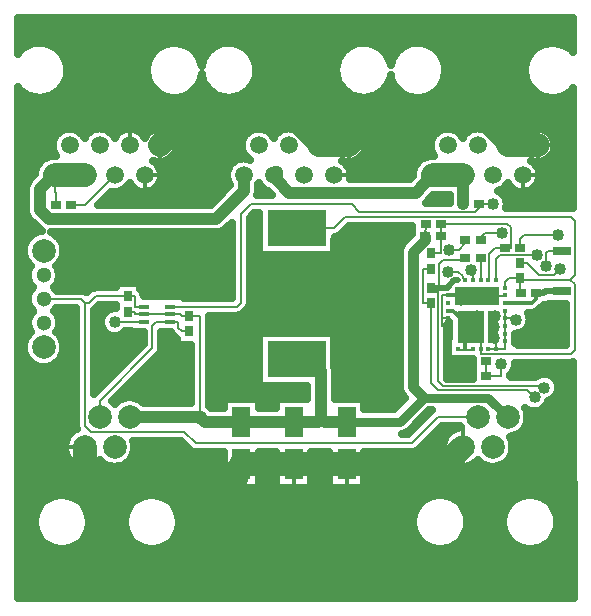
<source format=gbr>
G04 DipTrace 3.0.0.0*
G04 Top.gbr*
%MOIN*%
G04 #@! TF.FileFunction,Copper,L1,Top*
G04 #@! TF.Part,Single*
G04 #@! TA.AperFunction,Conductor*
%ADD14C,0.006*%
G04 #@! TA.AperFunction,ComponentPad*
%ADD15C,0.07874*%
G04 #@! TA.AperFunction,Conductor*
%ADD16C,0.03937*%
%ADD17C,0.011811*%
%ADD18C,0.007874*%
%ADD19C,0.031496*%
%ADD20C,0.035433*%
%ADD21C,0.019685*%
G04 #@! TA.AperFunction,CopperBalancing*
%ADD22C,0.025*%
%ADD23C,0.012992*%
%ADD25R,0.015748X0.011811*%
%ADD26R,0.011811X0.015748*%
%ADD27R,0.145669X0.062992*%
%ADD28R,0.086614X0.111417*%
%ADD29R,0.035433X0.111417*%
%ADD30R,0.035433X0.027559*%
%ADD31R,0.027559X0.035433*%
%ADD32R,0.062992X0.102362*%
%ADD34R,0.062992X0.031496*%
%ADD35R,0.19685X0.122047*%
%ADD37R,0.035433X0.015748*%
G04 #@! TA.AperFunction,ComponentPad*
%ADD38C,0.059055*%
%ADD39C,0.051181*%
G04 #@! TA.AperFunction,ViaPad*
%ADD40C,0.04*%
%FSLAX26Y26*%
G04*
G70*
G90*
G75*
G01*
G04 Top*
%LPD*%
X1965118Y1034252D2*
D14*
X1832984D1*
X1745340Y946608D1*
X1025636D1*
X987562Y984682D1*
X677164D1*
X656276Y1005571D1*
Y1414236D1*
X669609D1*
X691685Y1436312D1*
X799274D1*
X517999Y1427455D2*
X519218Y1426236D1*
X644276D1*
X656276Y1414236D1*
X799274Y1436312D2*
X822055D1*
Y1401584D1*
X853936D1*
X1003446Y1319129D2*
X979269D1*
X967268Y1331130D1*
Y1350403D1*
X940550D1*
X892654D1*
X880654Y1338403D1*
Y1264140D1*
X704646Y1088133D1*
Y1034252D1*
X1915118Y934252D2*
D15*
X1856724Y875858D1*
X1528052D1*
X2165105Y1939764D2*
X2065105D1*
X1867290Y1439601D2*
D14*
X1845803D1*
Y1362829D1*
Y1337239D1*
X1867290D1*
X1942913Y1172110D2*
X1893867D1*
Y1171734D1*
X1942913Y1221542D2*
Y1172110D1*
X1867290Y1286058D2*
Y1233543D1*
X1879291Y1221542D1*
X1942913D1*
X1867290Y1311648D2*
Y1286058D1*
Y1337239D2*
Y1311648D1*
X1845803Y1362829D2*
X1867290D1*
X1961778Y1436648D2*
D17*
Y1439601D1*
X1911623D1*
X1867290D1*
X2056266D2*
D14*
Y1436648D1*
X2014607D1*
X1961778D1*
X1176543Y875858D2*
D15*
X1151835Y807756D1*
X670339D1*
X654646Y867419D1*
Y934252D1*
X1352017Y875858D2*
X1176543D1*
X1528052D2*
X1352017D1*
X1435241Y1939764D2*
X1444104D1*
X1352765Y2031102D1*
X995969D1*
X904630Y1939764D1*
X1535241D2*
X1435241D1*
X2065105D2*
X2077925D1*
X1994211Y2023478D1*
X1618955D1*
X1535241Y1939764D1*
X1910316Y1424514D2*
D17*
X1911623Y1439601D1*
X1984647Y1426531D2*
X1961778D1*
Y1436648D1*
X2014607Y1446932D2*
D14*
Y1436648D1*
X1791104Y1677944D2*
X1790257Y1636012D1*
X799274Y1385131D2*
X822055D1*
Y1375993D1*
X853936D1*
X1003446Y1370310D2*
D18*
X1040115D1*
Y1032361D1*
D16*
X1054886Y1017591D1*
X1176543D1*
X1528052D2*
D19*
X1704508D1*
X1785482Y1098564D1*
X2000806D1*
X2065118Y1034252D1*
X1361888Y1225970D2*
D16*
X1403531D1*
X1443476Y1186025D1*
Y1029594D1*
X1455480Y1017591D1*
X1528052D1*
X1790257Y1636012D2*
D20*
Y1624660D1*
X1749531Y1583936D1*
Y1134513D1*
X1785482Y1098564D1*
X1352017Y1017591D2*
D16*
X1431472D1*
X1443476Y1029594D1*
X1176543Y1017591D2*
X1352017D1*
X1040115Y1032361D2*
X1042007Y1034252D1*
X804646D1*
X940550Y1375993D2*
D14*
X973584D1*
X979268Y1370310D1*
X1003446D1*
X853936Y1375993D2*
X940550D1*
X2016896Y1335664D2*
Y1335396D1*
Y1301913D1*
X2025755Y1293055D1*
Y1261451D1*
X1185241Y1839764D2*
D16*
X1187079Y1837927D1*
Y1788979D1*
X1093609Y1695509D1*
X535386D1*
X505526Y1725369D1*
Y1794172D1*
X551118Y1839764D1*
X654630D1*
X1916841Y1744087D2*
Y1776370D1*
X1915105Y1778106D1*
Y1839764D1*
X1870441Y1591567D2*
D14*
X1901217D1*
X1923228Y1613579D1*
Y1623801D1*
X2043974Y1210760D2*
Y1172110D1*
X1994094D1*
X2056266Y1388420D2*
Y1362829D1*
X1865894Y1518799D2*
X1900709D1*
X1916597Y1502911D1*
Y1497843D1*
X1924642Y1489798D1*
X1923392D1*
X2056266Y1362829D2*
X2091699D1*
Y1358797D1*
X2056266Y1337239D2*
Y1362829D1*
Y1311648D2*
Y1337239D1*
Y1286058D2*
Y1311648D1*
X2025755Y1261451D2*
X2056266D1*
Y1286058D1*
X554630Y1839764D2*
Y1784577D1*
X558228Y1780979D1*
Y1740920D1*
X654630Y1839764D2*
D15*
X554630D1*
X1815105D2*
D16*
X1812694Y1842175D1*
X1759748Y1780294D1*
X1337482D1*
X1294631Y1823144D1*
Y1849154D1*
X1285241Y1839764D1*
X1915105D2*
D15*
X1815105D1*
X1994094Y1172110D2*
D14*
Y1221542D1*
X2000164Y1261451D2*
X2025755D1*
X2018553Y1334869D2*
X2016896Y1335396D1*
X2019290Y1298872D2*
X2016896Y1301913D1*
X2015106Y1744087D2*
X1968022D1*
Y1730811D1*
X1954970Y1717759D1*
X1570541D1*
X1545201Y1743098D1*
X1208236D1*
X1175115Y1709978D1*
Y1413587D1*
X1163113Y1401584D1*
X940550D1*
X2240295Y1528194D2*
X2220566Y1508465D1*
X2168262D1*
X2129079Y1547648D1*
X2106299D1*
X2233016Y1640602D2*
X2118299D1*
X2106299Y1628602D1*
Y1597269D1*
X754630Y1839764D2*
X655786Y1740920D1*
X609409D1*
X853936Y1350403D2*
X754630Y1350406D1*
X2163588Y1574366D2*
X2037756D1*
X2025755Y1562365D1*
Y1489798D1*
X1811024Y1528379D2*
X1781543D1*
Y1413205D1*
X1811024D1*
Y1147789D1*
X1833487Y1125325D1*
X2128966D1*
X2154488Y1099803D1*
X1361888Y1662978D2*
X1486249D1*
X1523996Y1700724D1*
X2276114D1*
X2288114Y1688724D1*
Y1505829D1*
X2274113Y1491828D1*
X2106299D1*
Y1496467D1*
X2274113Y1491828D2*
X2288114Y1477827D1*
Y1256323D1*
X2276114Y1244323D1*
X1974573D1*
Y1261451D1*
X1923392D2*
Y1256929D1*
X1948983D1*
Y1261451D1*
X1897802D2*
Y1256696D1*
X1923392D1*
X1942093Y1335664D2*
D17*
X1934971D1*
X1918047Y1352588D1*
X1882215Y1388420D1*
X1867290D1*
X1923392Y1261451D2*
Y1311437D1*
Y1335664D1*
X1942093D1*
X2106299Y1496467D2*
D14*
Y1448608D1*
X2108268D1*
X1974573Y1261451D2*
Y1279895D1*
Y1295024D1*
X1942093Y1327504D1*
Y1335664D1*
X2106299Y1496467D2*
X2068268D1*
X2056266Y1484466D1*
Y1465192D1*
X1920046Y1356127D2*
D17*
X1918047Y1352588D1*
X1921588Y1311694D2*
X1923392Y1311437D1*
X1963710Y1310667D2*
D14*
X1974573Y1279895D1*
X2046835Y1646583D2*
X1987903D1*
X1974409Y1633089D1*
Y1623801D1*
X1941709Y1523673D2*
X1948983Y1516399D1*
Y1489798D1*
X2247618Y1452996D2*
D21*
X2190554D1*
X2186165Y1448608D1*
X2159449D1*
D17*
Y1428755D1*
X2144705Y1414010D1*
X2056266D1*
X1897802Y1489798D2*
D21*
X1887257D1*
X1865415Y1467955D1*
X1867290Y1465192D1*
X2193386Y1538654D2*
D14*
Y1581224D1*
X2199016Y1586854D1*
X2247618D1*
X2187016Y1132331D2*
X2193024Y1138339D1*
X1850504D1*
X1833803Y1155039D1*
Y1452386D1*
Y1464386D1*
D21*
X1811024D1*
D14*
X1814846Y1452386D1*
X1833803D1*
X1867290Y1465192D2*
D21*
X1835378D1*
D18*
Y1542962D1*
X1848741Y1556325D1*
X1923228D1*
Y1565378D1*
X1974573Y1489798D2*
D14*
X1974409Y1565378D1*
X1811024Y1579560D2*
X1841438D1*
Y1636012D1*
X2055118Y1597269D2*
X2022161D1*
X2002343Y1577450D1*
Y1489798D1*
X2000164D1*
X1842285Y1677944D2*
X2063835D1*
X2075835Y1665944D1*
Y1597269D1*
X2055118D1*
X1841438Y1636012D2*
X1842285Y1677944D1*
D40*
X1920046Y1356127D3*
X1964223Y1371025D3*
X1921588Y1311694D3*
X1963710Y1310667D3*
X1893867Y1171734D3*
X1865894Y1518799D3*
X2043974Y1210760D3*
X2091699Y1358797D3*
X1870441Y1591567D3*
X2015106Y1744087D3*
X754630Y1350406D3*
X1941709Y1523673D3*
X2046835Y1646583D3*
X2193386Y1538654D3*
X2187016Y1132331D3*
X2240295Y1528194D3*
X2233016Y1640602D3*
X2163588Y1574366D3*
X2154488Y1099803D3*
X2021202Y1369323D3*
X2018553Y1334869D3*
X2019290Y1298872D3*
X1910316Y1424514D3*
X1984647Y1426531D3*
X2014607Y1446932D3*
X1865808Y1202656D2*
D22*
X1947381D1*
X1865808Y1177787D2*
X1947381D1*
X1878392Y1227085D2*
X1865404D1*
Y1295818D1*
X1869848D1*
X1869613Y1351335D1*
X1863295Y1339886D1*
Y1162102D1*
X1949930Y1161669D1*
X1949886Y1226339D1*
X1880651Y1226495D1*
X1878793Y1226937D1*
X434710Y2338222D2*
X2281858D1*
X434710Y2313353D2*
X2281858D1*
X434710Y2288484D2*
X2281858D1*
X434710Y2263615D2*
X448295D1*
X560930D2*
X898312D1*
X1010930D2*
X1078928D1*
X1191546D2*
X1528928D1*
X1641546D2*
X1708811D1*
X1821428D2*
X2158811D1*
X2271428D2*
X2281858D1*
X584270Y2238747D2*
X875022D1*
X1034270D2*
X1055588D1*
X1214886D2*
X1505588D1*
X1664886D2*
X1685471D1*
X1844719D2*
X2135471D1*
X595256Y2213878D2*
X863987D1*
X1225871D2*
X1494602D1*
X1855755D2*
X2124484D1*
X598479Y2189009D2*
X860764D1*
X1229094D2*
X1491379D1*
X1858976D2*
X2121214D1*
X594816Y2164140D2*
X864427D1*
X1225432D2*
X1495042D1*
X1855315D2*
X2124924D1*
X583294Y2139272D2*
X875999D1*
X1033294D2*
X1056564D1*
X1213908D2*
X1506564D1*
X1663908D2*
X1686448D1*
X1843743D2*
X2136448D1*
X434710Y2114403D2*
X450441D1*
X558782D2*
X900462D1*
X1008782D2*
X1081076D1*
X1189396D2*
X1531076D1*
X1639396D2*
X1710959D1*
X1819280D2*
X2160959D1*
X2269280D2*
X2281858D1*
X434710Y2089534D2*
X2281858D1*
X434710Y2064665D2*
X2281858D1*
X434710Y2039797D2*
X2281858D1*
X434710Y2014928D2*
X2281858D1*
X434710Y1990059D2*
X577463D1*
X631780D2*
X677463D1*
X731780D2*
X777463D1*
X831780D2*
X877463D1*
X931780D2*
X1208079D1*
X1262395D2*
X1308079D1*
X1362395D2*
X1408079D1*
X1462395D2*
X1508079D1*
X1562395D2*
X1837912D1*
X1892278D2*
X1937912D1*
X1992278D2*
X2037912D1*
X2092278D2*
X2137912D1*
X2192278D2*
X2281858D1*
X434710Y1965190D2*
X552219D1*
X957024D2*
X1182835D1*
X1587639D2*
X1812668D1*
X2217522D2*
X2281858D1*
X434710Y1940322D2*
X546115D1*
X963127D2*
X1176731D1*
X1593743D2*
X1806564D1*
X2223626D2*
X2281858D1*
X434710Y1915453D2*
X551682D1*
X957610D2*
X1182248D1*
X1588224D2*
X1812131D1*
X2218059D2*
X2281858D1*
X434710Y1890584D2*
X510227D1*
X933976D2*
X1159152D1*
X1564543D2*
X1770724D1*
X2194427D2*
X2281858D1*
X434710Y1865715D2*
X491575D1*
X906780D2*
X1133079D1*
X1537395D2*
X1752072D1*
X2167228D2*
X2281858D1*
X434710Y1840846D2*
X484396D1*
X913127D2*
X1126731D1*
X1543743D2*
X1746751D1*
X2173626D2*
X2281858D1*
X434710Y1815978D2*
X462327D1*
X907854D2*
X1132004D1*
X2168303D2*
X2281858D1*
X434710Y1791109D2*
X456858D1*
X784904D2*
X824387D1*
X884904D2*
X1121408D1*
X1235735D2*
X1254954D1*
X2045354D2*
X2084836D1*
X2145354D2*
X2281858D1*
X434710Y1766240D2*
X456858D1*
X725335D2*
X1096555D1*
X1810979D2*
X1870139D1*
X2058488D2*
X2281858D1*
X434710Y1741371D2*
X456858D1*
X2064007D2*
X2281858D1*
X434710Y1716503D2*
X457688D1*
X434710Y1691634D2*
X471458D1*
X1207122D2*
X1234495D1*
X434710Y1666765D2*
X496311D1*
X1132659D2*
X1143138D1*
X1207122D2*
X1234495D1*
X1534222D2*
X1743528D1*
X434710Y1641896D2*
X476438D1*
X559563D2*
X1143138D1*
X1207122D2*
X1234495D1*
X1509367D2*
X1742454D1*
X434710Y1617028D2*
X455979D1*
X580022D2*
X1143138D1*
X1207122D2*
X1234495D1*
X1489299D2*
X1717600D1*
X434710Y1592159D2*
X449759D1*
X586272D2*
X1143138D1*
X1207122D2*
X1234495D1*
X1489299D2*
X1703587D1*
X434710Y1567290D2*
X453270D1*
X582707D2*
X1143138D1*
X1207122D2*
X1702806D1*
X434710Y1542421D2*
X468820D1*
X567180D2*
X1143138D1*
X1207122D2*
X1702806D1*
X434710Y1517552D2*
X464671D1*
X571331D2*
X1143138D1*
X1207122D2*
X1702806D1*
X434710Y1492684D2*
X465207D1*
X570794D2*
X1143138D1*
X1207122D2*
X1702806D1*
X434710Y1467815D2*
X480295D1*
X555706D2*
X756516D1*
X842034D2*
X1143138D1*
X1207122D2*
X1702806D1*
X434710Y1442946D2*
X465794D1*
X853312D2*
X1143138D1*
X1207122D2*
X1702806D1*
X434710Y1418077D2*
X464280D1*
X1207122D2*
X1702806D1*
X434710Y1393209D2*
X476243D1*
X559759D2*
X624290D1*
X692766D2*
X733958D1*
X1198919D2*
X1702806D1*
X2172210D2*
X2256126D1*
X434710Y1368340D2*
X467259D1*
X568743D2*
X624290D1*
X688274D2*
X709251D1*
X1073039D2*
X1702806D1*
X2139690D2*
X2256126D1*
X434710Y1343471D2*
X463694D1*
X572307D2*
X624290D1*
X688274D2*
X706175D1*
X1073039D2*
X1702806D1*
X2138079D2*
X2256126D1*
X434710Y1318602D2*
X473020D1*
X562980D2*
X624290D1*
X688274D2*
X718235D1*
X791056D2*
X807248D1*
X1073039D2*
X1702806D1*
X2117571D2*
X2256126D1*
X434710Y1293734D2*
X455735D1*
X580266D2*
X624290D1*
X688274D2*
X848655D1*
X912639D2*
X960667D1*
X1073039D2*
X1234495D1*
X1489299D2*
X1702806D1*
X2093156D2*
X2256126D1*
X434710Y1268865D2*
X449660D1*
X586320D2*
X624290D1*
X688274D2*
X841184D1*
X912639D2*
X1007199D1*
X1073039D2*
X1234495D1*
X1489299D2*
X1702806D1*
X434710Y1243996D2*
X453466D1*
X582560D2*
X624290D1*
X688274D2*
X816282D1*
X904680D2*
X1007199D1*
X1073039D2*
X1234495D1*
X1489299D2*
X1702806D1*
X434710Y1219127D2*
X469260D1*
X566740D2*
X624290D1*
X688274D2*
X791428D1*
X879827D2*
X1007199D1*
X1073039D2*
X1234495D1*
X1489299D2*
X1702806D1*
X1865812D2*
X1896214D1*
X434710Y1194259D2*
X624290D1*
X688274D2*
X766575D1*
X854974D2*
X1007199D1*
X1073039D2*
X1234495D1*
X1491399D2*
X1702806D1*
X1865812D2*
X1896214D1*
X2089934D2*
X2281858D1*
X434710Y1169390D2*
X624290D1*
X688274D2*
X741672D1*
X830119D2*
X1007199D1*
X1073039D2*
X1234495D1*
X1492131D2*
X1702806D1*
X1865812D2*
X1896214D1*
X2075823D2*
X2156419D1*
X2217571D2*
X2281858D1*
X434710Y1144521D2*
X624290D1*
X688274D2*
X716819D1*
X805266D2*
X1007199D1*
X1073039D2*
X1234495D1*
X1492131D2*
X1702806D1*
X2234367D2*
X2281858D1*
X434710Y1119652D2*
X624290D1*
X780364D2*
X1007199D1*
X1073039D2*
X1394798D1*
X1492131D2*
X1705392D1*
X2234270D2*
X2281858D1*
X434710Y1094783D2*
X624290D1*
X755510D2*
X776194D1*
X833098D2*
X1007199D1*
X1073039D2*
X1116038D1*
X1237054D2*
X1291526D1*
X1588518D2*
X1719455D1*
X2216936D2*
X2281858D1*
X434710Y1069915D2*
X624290D1*
X1073820D2*
X1116038D1*
X1237054D2*
X1291526D1*
X1588518D2*
X1694602D1*
X2192619D2*
X2281858D1*
X434710Y1045046D2*
X624290D1*
X2132610D2*
X2281858D1*
X434710Y1020177D2*
X624290D1*
X2131975D2*
X2281858D1*
X434710Y995308D2*
X626144D1*
X1838224D2*
X1887912D1*
X2120744D2*
X2281858D1*
X434710Y970440D2*
X597092D1*
X1813371D2*
X1857591D1*
X2083928D2*
X2281858D1*
X434710Y945571D2*
X587278D1*
X822014D2*
X982444D1*
X1788518D2*
X1847727D1*
X2082512D2*
X2281858D1*
X434710Y920702D2*
X587668D1*
X821575D2*
X1009055D1*
X1761955D2*
X1848167D1*
X2082072D2*
X2281858D1*
X434710Y895833D2*
X598655D1*
X810638D2*
X1116038D1*
X1237054D2*
X1291526D1*
X1412492D2*
X1467551D1*
X1588518D2*
X1859104D1*
X2071135D2*
X2281858D1*
X434710Y870965D2*
X633908D1*
X675383D2*
X733908D1*
X775383D2*
X1116038D1*
X1237054D2*
X1291526D1*
X1412492D2*
X1467551D1*
X1588518D2*
X1894407D1*
X1935832D2*
X1994407D1*
X2035832D2*
X2281858D1*
X434710Y846096D2*
X1116038D1*
X1237054D2*
X1291526D1*
X1412492D2*
X1467551D1*
X1588518D2*
X2281858D1*
X434710Y821227D2*
X1116038D1*
X1237054D2*
X1291526D1*
X1412492D2*
X1467551D1*
X1588518D2*
X2281858D1*
X434710Y796358D2*
X2281858D1*
X434710Y771490D2*
X553147D1*
X606144D2*
X853147D1*
X906144D2*
X1813644D1*
X1866643D2*
X2113644D1*
X2166643D2*
X2281858D1*
X434710Y746621D2*
X511643D1*
X647698D2*
X811643D1*
X947698D2*
X1772092D1*
X1908196D2*
X2072092D1*
X2208196D2*
X2281858D1*
X434710Y721752D2*
X494846D1*
X664495D2*
X794846D1*
X964495D2*
X1755295D1*
X1924992D2*
X2055295D1*
X2224992D2*
X2281858D1*
X434710Y696883D2*
X487571D1*
X671770D2*
X787571D1*
X971770D2*
X1748068D1*
X1932219D2*
X2048068D1*
X2232219D2*
X2281858D1*
X434710Y672014D2*
X487522D1*
X671819D2*
X787522D1*
X971819D2*
X1748020D1*
X1932268D2*
X2048020D1*
X2232268D2*
X2281858D1*
X434710Y647146D2*
X494651D1*
X664690D2*
X794651D1*
X964690D2*
X1755148D1*
X1925139D2*
X2055148D1*
X2225139D2*
X2281858D1*
X434710Y622277D2*
X511252D1*
X648039D2*
X811252D1*
X948039D2*
X1771751D1*
X1908538D2*
X2071751D1*
X2208538D2*
X2281858D1*
X434710Y597408D2*
X551828D1*
X607463D2*
X851828D1*
X907463D2*
X1812327D1*
X1867962D2*
X2112327D1*
X2167962D2*
X2281858D1*
X434710Y572539D2*
X2281858D1*
X434710Y547671D2*
X2281858D1*
X434710Y522802D2*
X2281858D1*
X434710Y497933D2*
X2281858D1*
X434710Y473064D2*
X2281858D1*
X434710Y448196D2*
X2281858D1*
X1865396Y1253660D2*
X1863287D1*
X1863295Y1167865D1*
X1898697Y1167831D1*
X1898705Y1227080D1*
X1865404Y1227085D1*
Y1253697D1*
X2090633Y1304837D2*
X2090584Y1279251D1*
X2099573Y1273815D1*
X2258606D1*
X2258622Y1410766D1*
X2203702Y1410756D1*
X2203657Y1408336D1*
X2184566D1*
X2167613Y1391102D1*
X2161633Y1386387D1*
X2154715Y1383198D1*
X2147247Y1381713D1*
X2132253Y1381613D1*
X2135916Y1373164D1*
X2137619Y1366070D1*
X2138192Y1358797D1*
X2137619Y1351524D1*
X2135916Y1344429D1*
X2133125Y1337689D1*
X2129312Y1331470D1*
X2124575Y1325921D1*
X2119026Y1321184D1*
X2112807Y1317371D1*
X2106067Y1314580D1*
X2098972Y1312877D1*
X2090631Y1312346D1*
X2090584Y1304841D1*
X1489644Y1095264D2*
X1586041D1*
Y1059864D1*
X1686988Y1059831D1*
X1724323Y1097143D1*
X1715916Y1105802D1*
X1711837Y1111413D1*
X1708688Y1117594D1*
X1706545Y1124192D1*
X1705459Y1131043D1*
X1705323Y1222013D1*
X1705459Y1587404D1*
X1706545Y1594256D1*
X1708688Y1600853D1*
X1711837Y1607034D1*
X1715915Y1612647D1*
X1746066Y1642990D1*
X1746049Y1671238D1*
X1536012Y1671031D1*
X1505403Y1640551D1*
X1499639Y1636699D1*
X1493134Y1634301D1*
X1488554Y1633576D1*
X1486806Y1625493D1*
Y1575462D1*
X1236971D1*
Y1713597D1*
X1220251Y1713406D1*
X1204608Y1697478D1*
X1204517Y1411273D1*
X1203164Y1404472D1*
X1200261Y1398177D1*
X1195970Y1392732D1*
X1182266Y1379157D1*
X1176503Y1375306D1*
X1169997Y1372907D1*
X1163113Y1372092D1*
X1070486D1*
X1070545Y1070554D1*
X1076276Y1065202D1*
X1077129Y1064231D1*
X1079886Y1063768D1*
X1118509D1*
X1118555Y1095264D1*
X1234531D1*
Y1063769D1*
X1294072Y1063768D1*
X1294029Y1095264D1*
X1397301D1*
X1397299Y1138432D1*
X1236971Y1138454D1*
Y1313486D1*
X1486806D1*
Y1202010D1*
X1489085Y1193248D1*
X1489654Y1186025D1*
Y1095253D1*
X1586041Y917115D2*
Y798185D1*
X1470064D1*
Y917121D1*
X1410038Y917115D1*
X1410005Y798185D1*
X1294029D1*
Y917121D1*
X1234550Y917115D1*
X1234531Y798185D1*
X1118555D1*
Y917121D1*
X1023322Y917207D1*
X1016522Y918559D1*
X1010226Y921462D1*
X1004782Y925755D1*
X975062Y955190D1*
X817102D1*
X819697Y944555D1*
X820508Y934252D1*
X819697Y923949D1*
X817285Y913899D1*
X813329Y904352D1*
X807929Y895539D1*
X801218Y887680D1*
X793358Y880969D1*
X784546Y875568D1*
X774999Y871613D1*
X764949Y869201D1*
X754646Y868390D1*
X744343Y869201D1*
X734293Y871613D1*
X724745Y875568D1*
X715933Y880969D1*
X708073Y887680D1*
X704660Y891374D1*
X698848Y885425D1*
X690954Y879302D1*
X682224Y874442D1*
X672861Y870959D1*
X663079Y868932D1*
X653102Y868408D1*
X643161Y869399D1*
X633484Y871882D1*
X624294Y875801D1*
X615802Y881063D1*
X608205Y887550D1*
X601675Y895112D1*
X596365Y903573D1*
X592395Y912741D1*
X589858Y922404D1*
X588811Y932340D1*
X589280Y942319D1*
X591252Y952113D1*
X594682Y961496D1*
X599493Y970252D1*
X605572Y978180D1*
X612781Y985097D1*
X620953Y990844D1*
X628814Y994824D1*
X627147Y1000958D1*
X626783Y1005580D1*
Y1396734D1*
X560047Y1396744D1*
X554827Y1390627D1*
X552093Y1388101D1*
X557602Y1382541D1*
X562407Y1375928D1*
X566117Y1368646D1*
X568643Y1360874D1*
X569921Y1352802D1*
Y1344629D1*
X568643Y1336556D1*
X566117Y1328783D1*
X562407Y1321501D1*
X559453Y1317236D1*
X564571Y1312609D1*
X571282Y1304751D1*
X576682Y1295938D1*
X580638Y1286391D1*
X583050Y1276341D1*
X583861Y1266038D1*
X583050Y1255735D1*
X580638Y1245685D1*
X576682Y1236136D1*
X571282Y1227325D1*
X564571Y1219466D1*
X556711Y1212755D1*
X547900Y1207354D1*
X538352Y1203399D1*
X528302Y1200987D1*
X517999Y1200176D1*
X507696Y1200987D1*
X497647Y1203399D1*
X488098Y1207354D1*
X479286Y1212755D1*
X471428Y1219466D1*
X464715Y1227325D1*
X459315Y1236136D1*
X455361Y1245685D1*
X452948Y1255735D1*
X452136Y1266038D1*
X452948Y1276341D1*
X455361Y1286391D1*
X459315Y1295938D1*
X464715Y1304751D1*
X471428Y1312609D1*
X476542Y1317157D1*
X471593Y1325070D1*
X468466Y1332621D1*
X466558Y1340567D1*
X465916Y1348715D1*
X466558Y1356862D1*
X468466Y1364810D1*
X471593Y1372360D1*
X475864Y1379328D1*
X481171Y1385543D1*
X483904Y1388070D1*
X478395Y1393630D1*
X473592Y1400241D1*
X469881Y1407524D1*
X467356Y1415297D1*
X466077Y1423369D1*
Y1431542D1*
X467356Y1439614D1*
X469881Y1447386D1*
X473592Y1454668D1*
X478395Y1461281D1*
X483904Y1466810D1*
X478395Y1472370D1*
X473592Y1478982D1*
X469881Y1486264D1*
X467356Y1494037D1*
X466077Y1502109D1*
Y1510282D1*
X467356Y1518354D1*
X469881Y1526126D1*
X473592Y1533408D1*
X476546Y1537675D1*
X471428Y1542301D1*
X464715Y1550160D1*
X459315Y1558971D1*
X455361Y1568520D1*
X452948Y1578570D1*
X452136Y1588873D1*
X452948Y1599176D1*
X455361Y1609226D1*
X459315Y1618773D1*
X464715Y1627585D1*
X471428Y1635444D1*
X479286Y1642156D1*
X488098Y1647556D1*
X497647Y1651512D1*
X507696Y1653924D1*
X514022Y1654579D1*
X508243Y1658152D1*
X502734Y1662857D1*
X470413Y1695378D1*
X466155Y1701240D1*
X462865Y1707697D1*
X460626Y1714588D1*
X459492Y1721745D1*
X459349Y1794172D1*
X459919Y1801396D1*
X461610Y1808442D1*
X464383Y1815136D1*
X468168Y1821315D1*
X472874Y1826824D1*
X488861Y1842811D1*
X489579Y1850067D1*
X491991Y1860117D1*
X495946Y1869664D1*
X501346Y1878476D1*
X508058Y1886336D1*
X515917Y1893047D1*
X524730Y1898448D1*
X534277Y1902403D1*
X544327Y1904815D1*
X554630Y1905626D1*
X560245D1*
X556865Y1910493D1*
X552874Y1918325D1*
X550157Y1926686D1*
X548783Y1935369D1*
Y1944159D1*
X550157Y1952841D1*
X552874Y1961202D1*
X556865Y1969034D1*
X562033Y1976146D1*
X568248Y1982361D1*
X575360Y1987529D1*
X583192Y1991520D1*
X591552Y1994236D1*
X600235Y1995610D1*
X609025D1*
X617707Y1994236D1*
X626068Y1991520D1*
X633900Y1987529D1*
X641012Y1982361D1*
X647227Y1976146D1*
X652395Y1969034D1*
X654717Y1965196D1*
X659308Y1972692D1*
X665018Y1979375D1*
X671702Y1985085D1*
X679198Y1989677D1*
X687319Y1993042D1*
X695866Y1995093D1*
X704630Y1995783D1*
X713394Y1995093D1*
X721941Y1993042D1*
X730062Y1989677D1*
X737558Y1985085D1*
X744241Y1979375D1*
X749951Y1972692D1*
X754623Y1965025D1*
X758621Y1971722D1*
X763298Y1977577D1*
X768715Y1982756D1*
X774776Y1987165D1*
X781370Y1990726D1*
X788381Y1993375D1*
X795682Y1995064D1*
X803143Y1995764D1*
X810631Y1995461D1*
X818013Y1994161D1*
X825154Y1991888D1*
X831928Y1988682D1*
X838214Y1984601D1*
X843898Y1979717D1*
X848879Y1974118D1*
X853070Y1967904D1*
X854766Y1965294D1*
X858621Y1971722D1*
X863298Y1977577D1*
X868715Y1982756D1*
X874776Y1987165D1*
X881370Y1990726D1*
X888381Y1993375D1*
X895682Y1995064D1*
X903143Y1995764D1*
X910631Y1995461D1*
X918013Y1994161D1*
X925154Y1991888D1*
X931928Y1988682D1*
X938214Y1984601D1*
X943898Y1979717D1*
X948879Y1974118D1*
X953070Y1967904D1*
X956392Y1961186D1*
X958789Y1954085D1*
X960215Y1946728D1*
X960593Y1937265D1*
X959760Y1929816D1*
X957938Y1922547D1*
X955163Y1915585D1*
X951483Y1909056D1*
X946966Y1903077D1*
X941689Y1897755D1*
X935751Y1893184D1*
X929255Y1889446D1*
X922318Y1886610D1*
X915064Y1884724D1*
X907623Y1883824D1*
X900130Y1883925D1*
X892717Y1885025D1*
X885517Y1887105D1*
X882839Y1888164D1*
X890180Y1883058D1*
X895642Y1877925D1*
X900367Y1872109D1*
X904277Y1865715D1*
X907297Y1858856D1*
X909373Y1851655D1*
X910470Y1844241D1*
X910427Y1834770D1*
X909261Y1827367D1*
X907117Y1820186D1*
X904034Y1813356D1*
X900067Y1806997D1*
X895286Y1801224D1*
X889778Y1796143D1*
X883642Y1791841D1*
X876986Y1788398D1*
X869929Y1785874D1*
X862598Y1784314D1*
X855126Y1783747D1*
X847643Y1784181D1*
X840287Y1785612D1*
X833186Y1788010D1*
X826471Y1791336D1*
X820259Y1795528D1*
X814661Y1800512D1*
X809780Y1806198D1*
X805701Y1812486D1*
X804543Y1814332D1*
X799951Y1806836D1*
X794241Y1800152D1*
X787558Y1794442D1*
X780062Y1789850D1*
X771941Y1786486D1*
X763394Y1784434D1*
X754630Y1783744D1*
X745866Y1784434D1*
X741806Y1785241D1*
X698248Y1741673D1*
X1074496Y1741688D1*
X1139781Y1806987D1*
X1135328Y1814332D1*
X1131963Y1822453D1*
X1129912Y1831000D1*
X1129222Y1839764D1*
X1129912Y1848528D1*
X1131963Y1857075D1*
X1135328Y1865196D1*
X1139920Y1872692D1*
X1145630Y1879375D1*
X1152314Y1885085D1*
X1159810Y1889677D1*
X1167930Y1893042D1*
X1176478Y1895093D1*
X1185241Y1895783D1*
X1194005Y1895093D1*
X1202552Y1893042D1*
X1207101Y1891325D1*
X1198860Y1897167D1*
X1192644Y1903382D1*
X1187476Y1910493D1*
X1183486Y1918325D1*
X1180769Y1926686D1*
X1179395Y1935369D1*
Y1944159D1*
X1180769Y1952841D1*
X1183486Y1961202D1*
X1187476Y1969034D1*
X1192644Y1976146D1*
X1198860Y1982361D1*
X1205971Y1987529D1*
X1213803Y1991520D1*
X1222164Y1994236D1*
X1230846Y1995610D1*
X1239636D1*
X1248319Y1994236D1*
X1256680Y1991520D1*
X1264512Y1987529D1*
X1271623Y1982361D1*
X1277839Y1976146D1*
X1283007Y1969034D1*
X1285328Y1965196D1*
X1289920Y1972692D1*
X1295630Y1979375D1*
X1302314Y1985085D1*
X1309810Y1989677D1*
X1317930Y1993042D1*
X1326478Y1995093D1*
X1335241Y1995783D1*
X1344005Y1995093D1*
X1352552Y1993042D1*
X1360673Y1989677D1*
X1368169Y1985085D1*
X1374853Y1979375D1*
X1380563Y1972692D1*
X1385235Y1965025D1*
X1389232Y1971722D1*
X1393909Y1977577D1*
X1399327Y1982756D1*
X1405387Y1987165D1*
X1411982Y1990726D1*
X1418992Y1993375D1*
X1426294Y1995064D1*
X1433755Y1995764D1*
X1441243Y1995461D1*
X1448625Y1994161D1*
X1455765Y1991888D1*
X1462539Y1988682D1*
X1468825Y1984601D1*
X1474509Y1979717D1*
X1479491Y1974118D1*
X1483681Y1967904D1*
X1485378Y1965294D1*
X1489232Y1971722D1*
X1493909Y1977577D1*
X1499327Y1982756D1*
X1505387Y1987165D1*
X1511982Y1990726D1*
X1518992Y1993375D1*
X1526294Y1995064D1*
X1533755Y1995764D1*
X1541243Y1995461D1*
X1548625Y1994161D1*
X1555765Y1991888D1*
X1562539Y1988682D1*
X1568825Y1984601D1*
X1574509Y1979717D1*
X1579491Y1974118D1*
X1583681Y1967904D1*
X1587004Y1961186D1*
X1589400Y1954085D1*
X1590827Y1946728D1*
X1591205Y1937265D1*
X1590371Y1929816D1*
X1588550Y1922547D1*
X1585774Y1915585D1*
X1582094Y1909056D1*
X1577577Y1903077D1*
X1572301Y1897755D1*
X1566362Y1893184D1*
X1559866Y1889446D1*
X1552929Y1886610D1*
X1545676Y1884724D1*
X1538235Y1883824D1*
X1530741Y1883925D1*
X1523328Y1885025D1*
X1516129Y1887105D1*
X1513450Y1888164D1*
X1520791Y1883058D1*
X1526253Y1877925D1*
X1530979Y1872109D1*
X1534888Y1865715D1*
X1537908Y1858856D1*
X1539984Y1851655D1*
X1541081Y1844241D1*
X1541038Y1834770D1*
X1539647Y1826467D1*
X1738507Y1826471D1*
X1749264Y1839068D1*
X1750054Y1850067D1*
X1752466Y1860117D1*
X1756421Y1869664D1*
X1761822Y1878476D1*
X1768533Y1886336D1*
X1776392Y1893047D1*
X1785205Y1898448D1*
X1794752Y1902403D1*
X1804802Y1904815D1*
X1815105Y1905626D1*
X1820720D1*
X1817340Y1910493D1*
X1813349Y1918325D1*
X1810633Y1926686D1*
X1809259Y1935369D1*
Y1944159D1*
X1810633Y1952841D1*
X1813349Y1961202D1*
X1817340Y1969034D1*
X1822508Y1976146D1*
X1828723Y1982361D1*
X1835835Y1987529D1*
X1843667Y1991520D1*
X1852028Y1994236D1*
X1860710Y1995610D1*
X1869500D1*
X1878182Y1994236D1*
X1886543Y1991520D1*
X1894375Y1987529D1*
X1901487Y1982361D1*
X1907702Y1976146D1*
X1912870Y1969034D1*
X1915192Y1965196D1*
X1919783Y1972692D1*
X1925493Y1979375D1*
X1932177Y1985085D1*
X1939673Y1989677D1*
X1947794Y1993042D1*
X1956341Y1995093D1*
X1965105Y1995783D1*
X1973869Y1995093D1*
X1982416Y1993042D1*
X1990537Y1989677D1*
X1998033Y1985085D1*
X2004717Y1979375D1*
X2010427Y1972692D1*
X2015098Y1965025D1*
X2019096Y1971722D1*
X2023773Y1977577D1*
X2029190Y1982756D1*
X2035251Y1987165D1*
X2041845Y1990726D1*
X2048856Y1993375D1*
X2056157Y1995064D1*
X2063618Y1995764D1*
X2071106Y1995461D1*
X2078488Y1994161D1*
X2085629Y1991888D1*
X2092403Y1988682D1*
X2098689Y1984601D1*
X2104373Y1979717D1*
X2109354Y1974118D1*
X2113545Y1967904D1*
X2115241Y1965294D1*
X2119096Y1971722D1*
X2123773Y1977577D1*
X2129190Y1982756D1*
X2135251Y1987165D1*
X2141845Y1990726D1*
X2148856Y1993375D1*
X2156157Y1995064D1*
X2163618Y1995764D1*
X2171106Y1995461D1*
X2178488Y1994161D1*
X2185629Y1991888D1*
X2192403Y1988682D1*
X2198689Y1984601D1*
X2204373Y1979717D1*
X2209354Y1974118D1*
X2213545Y1967904D1*
X2216867Y1961186D1*
X2219264Y1954085D1*
X2220690Y1946728D1*
X2221068Y1937265D1*
X2220235Y1929816D1*
X2218413Y1922547D1*
X2215638Y1915585D1*
X2211958Y1909056D1*
X2207441Y1903077D1*
X2202164Y1897755D1*
X2196226Y1893184D1*
X2189730Y1889446D1*
X2182793Y1886610D1*
X2175539Y1884724D1*
X2168098Y1883824D1*
X2160605Y1883925D1*
X2153192Y1885025D1*
X2145992Y1887105D1*
X2143314Y1888164D1*
X2150655Y1883058D1*
X2156117Y1877925D1*
X2160843Y1872109D1*
X2164752Y1865715D1*
X2167772Y1858856D1*
X2169848Y1851655D1*
X2170945Y1844241D1*
X2170902Y1834770D1*
X2169736Y1827367D1*
X2167592Y1820186D1*
X2164509Y1813356D1*
X2160542Y1806997D1*
X2155761Y1801224D1*
X2150253Y1796143D1*
X2144117Y1791841D1*
X2137461Y1788398D1*
X2130404Y1785874D1*
X2123073Y1784314D1*
X2115601Y1783747D1*
X2108118Y1784181D1*
X2100762Y1785612D1*
X2093661Y1788010D1*
X2086946Y1791336D1*
X2080734Y1795528D1*
X2075136Y1800512D1*
X2070255Y1806198D1*
X2066176Y1812486D1*
X2065018Y1814332D1*
X2060427Y1806836D1*
X2054717Y1800152D1*
X2048033Y1794442D1*
X2040537Y1789850D1*
X2033367Y1786837D1*
X2039399Y1783727D1*
X2045301Y1779440D1*
X2050459Y1774281D1*
X2054747Y1768379D1*
X2058059Y1761878D1*
X2060314Y1754940D1*
X2061455Y1747735D1*
Y1740438D1*
X2060314Y1733234D1*
X2059466Y1730227D1*
X2278428Y1730126D1*
X2283008Y1729399D1*
X2284350Y1732185D1*
Y2130182D1*
X2274446Y2120285D1*
X2262846Y2111857D1*
X2250071Y2105348D1*
X2236436Y2100917D1*
X2222274Y2098675D1*
X2207936D1*
X2193774Y2100917D1*
X2180139Y2105348D1*
X2167364Y2111857D1*
X2155764Y2120285D1*
X2145626Y2130423D1*
X2137198Y2142022D1*
X2130689Y2154798D1*
X2126259Y2168433D1*
X2124016Y2182594D1*
Y2196933D1*
X2126259Y2211094D1*
X2130689Y2224730D1*
X2137198Y2237505D1*
X2145626Y2249105D1*
X2155764Y2259243D1*
X2167364Y2267671D1*
X2180139Y2274180D1*
X2193774Y2278610D1*
X2207936Y2280853D1*
X2222274D1*
X2236436Y2278610D1*
X2250071Y2274180D1*
X2262846Y2267671D1*
X2274446Y2259243D1*
X2284337Y2249373D1*
X2284350Y2363093D1*
X432154Y2363091D1*
X432185Y2245463D1*
X440021Y2254373D1*
X450923Y2263685D1*
X463148Y2271176D1*
X476395Y2276663D1*
X490336Y2280010D1*
X504630Y2281135D1*
X518924Y2280010D1*
X532865Y2276663D1*
X546112Y2271176D1*
X558337Y2263685D1*
X569239Y2254373D1*
X578551Y2243471D1*
X586042Y2231245D1*
X591529Y2217999D1*
X594877Y2204058D1*
X596001Y2189764D1*
X594877Y2175470D1*
X591529Y2161529D1*
X586042Y2148282D1*
X578551Y2136056D1*
X569239Y2125155D1*
X558337Y2115843D1*
X546112Y2108352D1*
X532865Y2102865D1*
X518924Y2099517D1*
X504630Y2098392D1*
X490336Y2099517D1*
X476395Y2102865D1*
X463148Y2108352D1*
X450923Y2115843D1*
X440021Y2125155D1*
X432184Y2134186D1*
X432185Y432182D1*
X2284382Y432185D1*
X2284350Y1216022D1*
X2278428Y1214921D1*
X2090323Y1214831D1*
Y1207112D1*
X2089181Y1199907D1*
X2086927Y1192969D1*
X2083614Y1186467D1*
X2079327Y1180566D1*
X2073462Y1174850D1*
X2073374Y1169787D1*
X2075504Y1167831D1*
X2156999D1*
X2162723Y1171971D1*
X2169224Y1175283D1*
X2176163Y1177538D1*
X2183367Y1178680D1*
X2190664D1*
X2197869Y1177538D1*
X2204807Y1175283D1*
X2211308Y1171971D1*
X2217210Y1167684D1*
X2222369Y1162525D1*
X2226656Y1156623D1*
X2229969Y1150122D1*
X2232223Y1143184D1*
X2233365Y1135979D1*
Y1128682D1*
X2232223Y1121478D1*
X2229969Y1114539D1*
X2226656Y1108038D1*
X2222369Y1102136D1*
X2217210Y1096978D1*
X2211308Y1092690D1*
X2204807Y1089378D1*
X2199337Y1087537D1*
X2195913Y1078696D1*
X2192101Y1072476D1*
X2187364Y1066928D1*
X2181815Y1062190D1*
X2175596Y1058378D1*
X2168856Y1055587D1*
X2161761Y1053883D1*
X2154488Y1053311D1*
X2147215Y1053883D1*
X2140121Y1055587D1*
X2133381Y1058378D1*
X2127161Y1062190D1*
X2123028Y1065622D1*
X2125967Y1059457D1*
X2129160Y1049627D1*
X2130777Y1039420D1*
Y1029084D1*
X2129160Y1018877D1*
X2125967Y1009047D1*
X2121274Y999839D1*
X2115199Y991478D1*
X2107892Y984171D1*
X2099531Y978096D1*
X2090323Y973403D1*
X2080493Y970210D1*
X2071274Y968665D1*
X2075967Y959457D1*
X2079160Y949627D1*
X2080777Y939420D1*
Y929084D1*
X2079160Y918877D1*
X2075967Y909047D1*
X2071274Y899839D1*
X2065199Y891478D1*
X2057892Y884171D1*
X2049531Y878096D1*
X2040323Y873403D1*
X2030493Y870210D1*
X2020286Y868593D1*
X2009950D1*
X1999743Y870210D1*
X1989913Y873403D1*
X1980705Y878096D1*
X1972344Y884171D1*
X1965133Y891374D1*
X1959320Y885425D1*
X1951427Y879302D1*
X1942697Y874442D1*
X1933333Y870959D1*
X1923551Y868932D1*
X1913575Y868408D1*
X1903634Y869399D1*
X1893957Y871882D1*
X1884766Y875801D1*
X1876274Y881063D1*
X1868677Y887550D1*
X1862147Y895112D1*
X1856837Y903573D1*
X1852867Y912741D1*
X1850331Y922404D1*
X1849283Y932340D1*
X1849752Y942319D1*
X1851724Y952113D1*
X1855155Y961496D1*
X1859966Y970252D1*
X1866045Y978180D1*
X1873253Y985097D1*
X1881425Y990844D1*
X1890373Y995289D1*
X1899888Y998329D1*
X1908962Y999839D1*
X1906240Y1004773D1*
X1845000Y1004559D1*
X1764495Y924182D1*
X1758730Y920331D1*
X1752226Y917930D1*
X1745340Y917115D1*
X1586014D1*
X941937Y1316037D2*
X910101D1*
X910055Y1261827D1*
X908702Y1255026D1*
X905799Y1248731D1*
X901508Y1243286D1*
X744722Y1086500D1*
X751218Y1080824D1*
X754631Y1077130D1*
X761871Y1084333D1*
X770232Y1090408D1*
X779441Y1095101D1*
X789270Y1098294D1*
X799478Y1099911D1*
X809814D1*
X820021Y1098294D1*
X829850Y1095101D1*
X839059Y1090408D1*
X847420Y1084333D1*
X851588Y1080423D1*
X1009675Y1080429D1*
X1009686Y1274890D1*
X963175Y1274920D1*
Y1294402D1*
X958415Y1298274D1*
X944841Y1311976D1*
X942117Y1315728D1*
X908841Y1435950D2*
X984759D1*
Y1431115D1*
X1145579Y1431076D1*
X1145623Y1682190D1*
X1123598Y1660396D1*
X1117736Y1656138D1*
X1111280Y1652848D1*
X1104388Y1650609D1*
X1097231Y1649475D1*
X1018609Y1649332D1*
X544146D1*
X552412Y1645029D1*
X560773Y1638954D1*
X568081Y1631647D1*
X574156Y1623286D1*
X578848Y1614077D1*
X582042Y1604248D1*
X583659Y1594041D1*
Y1583705D1*
X582042Y1573497D1*
X578848Y1563668D1*
X574156Y1554459D1*
X568081Y1546098D1*
X560773Y1538790D1*
X559457Y1537752D1*
X564406Y1529840D1*
X567533Y1522290D1*
X569441Y1514343D1*
X570081Y1506196D1*
X569441Y1498047D1*
X567533Y1490101D1*
X564406Y1482550D1*
X560135Y1475581D1*
X554827Y1469367D1*
X552093Y1466841D1*
X557602Y1461281D1*
X561706Y1455718D1*
X646589Y1455638D1*
X653390Y1454285D1*
X659685Y1451382D1*
X661618Y1450091D1*
X666433Y1452768D1*
X674350Y1460172D1*
X680399Y1463559D1*
X687071Y1465441D1*
X691685Y1465804D1*
X759018D1*
X759003Y1480521D1*
X839546D1*
Y1460062D1*
X844482Y1455466D1*
X848333Y1449702D1*
X850732Y1443197D1*
X851547Y1436312D1*
Y1435971D1*
X908841Y1435950D1*
X851123Y1316037D2*
X809727D1*
Y1320870D1*
X790605Y1320912D1*
X784824Y1315052D1*
X778923Y1310765D1*
X772421Y1307453D1*
X765483Y1305198D1*
X758278Y1304056D1*
X750982D1*
X743777Y1305198D1*
X736839Y1307453D1*
X730337Y1310765D1*
X724436Y1315052D1*
X719277Y1320211D1*
X714990Y1326113D1*
X711677Y1332614D1*
X709423Y1339552D1*
X708281Y1346757D1*
Y1354054D1*
X709423Y1361259D1*
X711677Y1368197D1*
X714990Y1374698D1*
X719277Y1380600D1*
X724436Y1385759D1*
X730337Y1390046D1*
X736839Y1393358D1*
X743777Y1395613D1*
X750982Y1396755D1*
X759000Y1396669D1*
X759003Y1406801D1*
X703701Y1406619D1*
X688762Y1391810D1*
X685768Y1389236D1*
Y1110965D1*
X851161Y1276640D1*
Y1316045D1*
X1872633Y1747223D2*
Y1773883D1*
X1815045Y1773904D1*
X1792390Y1747633D1*
X1808041Y1747251D1*
X1872640D1*
X1856194Y2182594D2*
X1853951Y2168433D1*
X1849521Y2154798D1*
X1843012Y2142022D1*
X1834584Y2130423D1*
X1824446Y2120285D1*
X1812846Y2111857D1*
X1800071Y2105348D1*
X1786436Y2100917D1*
X1772274Y2098675D1*
X1757936D1*
X1743774Y2100917D1*
X1730139Y2105348D1*
X1717364Y2111857D1*
X1705764Y2120285D1*
X1695626Y2130423D1*
X1687198Y2142022D1*
X1680689Y2154798D1*
X1676259Y2168433D1*
X1675203Y2173739D1*
X1672140Y2161529D1*
X1666654Y2148282D1*
X1659163Y2136056D1*
X1649850Y2125155D1*
X1638949Y2115843D1*
X1626723Y2108352D1*
X1613476Y2102865D1*
X1599535Y2099517D1*
X1585241Y2098392D1*
X1570948Y2099517D1*
X1557007Y2102865D1*
X1543760Y2108352D1*
X1531534Y2115843D1*
X1520633Y2125155D1*
X1511320Y2136056D1*
X1503829Y2148282D1*
X1498343Y2161529D1*
X1494995Y2175470D1*
X1493870Y2189764D1*
X1494995Y2204058D1*
X1498343Y2217999D1*
X1503829Y2231245D1*
X1511320Y2243471D1*
X1520633Y2254373D1*
X1531534Y2263685D1*
X1543760Y2271176D1*
X1557007Y2276663D1*
X1570948Y2280010D1*
X1585241Y2281135D1*
X1599535Y2280010D1*
X1613476Y2276663D1*
X1626723Y2271176D1*
X1638949Y2263685D1*
X1649850Y2254373D1*
X1659163Y2243471D1*
X1666654Y2231245D1*
X1672140Y2217999D1*
X1675143Y2205789D1*
X1678206Y2217999D1*
X1683693Y2231245D1*
X1691184Y2243471D1*
X1700496Y2254373D1*
X1711398Y2263685D1*
X1723623Y2271176D1*
X1736870Y2276663D1*
X1750811Y2280010D1*
X1765105Y2281135D1*
X1779399Y2280010D1*
X1793340Y2276663D1*
X1806587Y2271176D1*
X1818812Y2263685D1*
X1829714Y2254373D1*
X1839026Y2243471D1*
X1846517Y2231245D1*
X1852004Y2217999D1*
X1855352Y2204058D1*
X1856476Y2189764D1*
X1856194Y2182594D1*
X1044925Y2175887D2*
X1043476Y2168433D1*
X1039046Y2154798D1*
X1032537Y2142022D1*
X1024109Y2130423D1*
X1013971Y2120285D1*
X1002371Y2111857D1*
X989596Y2105348D1*
X975961Y2100917D1*
X961799Y2098675D1*
X947461D1*
X933299Y2100917D1*
X919664Y2105348D1*
X906888Y2111857D1*
X895289Y2120285D1*
X885151Y2130423D1*
X876723Y2142022D1*
X870214Y2154798D1*
X865783Y2168433D1*
X863541Y2182594D1*
Y2196933D1*
X865783Y2211094D1*
X870214Y2224730D1*
X876723Y2237505D1*
X885151Y2249105D1*
X895289Y2259243D1*
X906888Y2267671D1*
X919664Y2274180D1*
X933299Y2278610D1*
X947461Y2280853D1*
X961799D1*
X975961Y2278610D1*
X989596Y2274180D1*
X1002371Y2267671D1*
X1013971Y2259243D1*
X1024109Y2249105D1*
X1032537Y2237505D1*
X1039046Y2224730D1*
X1043476Y2211094D1*
X1044995Y2204058D1*
X1048343Y2217999D1*
X1053829Y2231245D1*
X1061320Y2243471D1*
X1070633Y2254373D1*
X1081534Y2263685D1*
X1093760Y2271176D1*
X1107007Y2276663D1*
X1120948Y2280010D1*
X1135241Y2281135D1*
X1149535Y2280010D1*
X1163476Y2276663D1*
X1176723Y2271176D1*
X1188949Y2263685D1*
X1199850Y2254373D1*
X1209163Y2243471D1*
X1216654Y2231245D1*
X1222140Y2217999D1*
X1225488Y2204058D1*
X1226613Y2189764D1*
X1225488Y2175470D1*
X1222140Y2161529D1*
X1216654Y2148282D1*
X1209163Y2136056D1*
X1199850Y2125155D1*
X1188949Y2115843D1*
X1176723Y2108352D1*
X1163476Y2102865D1*
X1149535Y2099517D1*
X1135241Y2098392D1*
X1120948Y2099517D1*
X1107007Y2102865D1*
X1093760Y2108352D1*
X1081534Y2115843D1*
X1070633Y2125155D1*
X1061320Y2136056D1*
X1053829Y2148282D1*
X1048343Y2161529D1*
X1044995Y2175470D1*
X1044946Y2175887D1*
X1264852Y1787622D2*
X1255971Y1791999D1*
X1248860Y1797167D1*
X1242644Y1803382D1*
X1237476Y1810493D1*
X1235155Y1814332D1*
X1233249Y1810928D1*
X1233113Y1785357D1*
X1231980Y1778199D1*
X1230991Y1774697D1*
X1233236Y1772591D1*
X1279866D1*
X1264878Y1787593D1*
X969854Y677164D2*
X967634Y663143D1*
X963247Y649642D1*
X956802Y636993D1*
X948458Y625508D1*
X938420Y615470D1*
X926934Y607126D1*
X914286Y600681D1*
X900785Y596294D1*
X886764Y594073D1*
X872567D1*
X858546Y596294D1*
X845045Y600681D1*
X832396Y607126D1*
X820911Y615470D1*
X810873Y625508D1*
X802529Y636993D1*
X796084Y649642D1*
X791697Y663143D1*
X789476Y677164D1*
Y691361D1*
X791697Y705382D1*
X796084Y718883D1*
X802529Y731531D1*
X810873Y743017D1*
X820911Y753055D1*
X832396Y761399D1*
X845045Y767844D1*
X858546Y772231D1*
X872567Y774451D1*
X886764D1*
X900785Y772231D1*
X914286Y767844D1*
X926934Y761399D1*
X938420Y753055D1*
X948458Y743017D1*
X956802Y731531D1*
X963247Y718883D1*
X967634Y705382D1*
X969854Y691361D1*
Y677164D1*
X669854Y677163D2*
X667634Y663142D1*
X663247Y649640D1*
X656802Y636992D1*
X648458Y625507D1*
X638420Y615469D1*
X626934Y607125D1*
X614286Y600680D1*
X600785Y596293D1*
X586764Y594072D1*
X572567D1*
X558546Y596293D1*
X545045Y600680D1*
X532396Y607125D1*
X520911Y615469D1*
X510873Y625507D1*
X502529Y636992D1*
X496084Y649640D1*
X491697Y663142D1*
X489476Y677163D1*
Y691360D1*
X491697Y705381D1*
X496084Y718882D1*
X502529Y731530D1*
X510873Y743016D1*
X520911Y753054D1*
X532396Y761398D1*
X545045Y767843D1*
X558546Y772230D1*
X572567Y774450D1*
X586764D1*
X600785Y772230D1*
X614286Y767843D1*
X626934Y761398D1*
X638420Y753054D1*
X648458Y743016D1*
X656802Y731530D1*
X663247Y718882D1*
X667634Y705381D1*
X669854Y691360D1*
Y677163D1*
X2230327Y677164D2*
X2228106Y663143D1*
X2223719Y649642D1*
X2217274Y636993D1*
X2208930Y625508D1*
X2198892Y615470D1*
X2187407Y607126D1*
X2174759Y600681D1*
X2161257Y596294D1*
X2147236Y594073D1*
X2133039D1*
X2119018Y596294D1*
X2105517Y600681D1*
X2092869Y607126D1*
X2081383Y615470D1*
X2071345Y625508D1*
X2063001Y636993D1*
X2056556Y649642D1*
X2052169Y663143D1*
X2049949Y677164D1*
Y691361D1*
X2052169Y705382D1*
X2056556Y718883D1*
X2063001Y731531D1*
X2071345Y743017D1*
X2081383Y753055D1*
X2092869Y761399D1*
X2105517Y767844D1*
X2119018Y772231D1*
X2133039Y774451D1*
X2147236D1*
X2161257Y772231D1*
X2174759Y767844D1*
X2187407Y761399D1*
X2198892Y753055D1*
X2208930Y743017D1*
X2217274Y731531D1*
X2223719Y718883D1*
X2228106Y705382D1*
X2230327Y691361D1*
Y677164D1*
X1930327Y677163D2*
X1928106Y663142D1*
X1923719Y649640D1*
X1917274Y636992D1*
X1908930Y625507D1*
X1898892Y615469D1*
X1887407Y607125D1*
X1874759Y600680D1*
X1861257Y596293D1*
X1847236Y594072D1*
X1833039D1*
X1819018Y596293D1*
X1805517Y600680D1*
X1792869Y607125D1*
X1781383Y615469D1*
X1771345Y625507D1*
X1763001Y636992D1*
X1756556Y649640D1*
X1752169Y663142D1*
X1749949Y677163D1*
Y691360D1*
X1752169Y705381D1*
X1756556Y718882D1*
X1763001Y731530D1*
X1771345Y743016D1*
X1781383Y753054D1*
X1792869Y761398D1*
X1805517Y767843D1*
X1819018Y772230D1*
X1833039Y774450D1*
X1847236D1*
X1861257Y772230D1*
X1874759Y767843D1*
X1887407Y761398D1*
X1898892Y753054D1*
X1908930Y743016D1*
X1917274Y731530D1*
X1923719Y718882D1*
X1928106Y705381D1*
X1930327Y691360D1*
Y677163D1*
X1733152Y976129D2*
X1813306Y1056324D1*
X1803003D1*
X1731941Y985471D1*
X1726579Y981575D1*
X1720672Y978566D1*
X1713136Y976101D1*
X1733106D1*
X1729336Y983417D1*
X1723685Y979954D1*
X1717560Y977417D1*
X1714369Y976517D1*
X1867290Y1286058D2*
D23*
Y1253709D1*
X1898753Y1221542D2*
X1942913D1*
X1898753Y1172110D2*
X1942913D1*
X1528052Y875858D2*
Y798234D1*
X1470113Y875858D2*
X1585992D1*
X1176543D2*
Y798234D1*
X1118604Y875858D2*
X1234483D1*
X1352017D2*
Y798234D1*
X1294077Y875858D2*
X1409957D1*
X2165105Y1995735D2*
Y1883793D1*
Y1939764D2*
X2221076D1*
X2115105Y1839764D2*
Y1783793D1*
Y1839764D2*
X2171076D1*
X2065105Y1995735D2*
Y1939764D1*
X904630Y1995735D2*
Y1883793D1*
Y1939764D2*
X960601D1*
X854630Y1839764D2*
Y1783793D1*
Y1839764D2*
X910601D1*
X804630Y1995735D2*
Y1939764D1*
X1535241Y1995735D2*
Y1883793D1*
Y1939764D2*
X1591213D1*
X1485241Y1839764D2*
X1541213D1*
X1435241Y1995735D2*
Y1939764D1*
X654646Y934252D2*
Y868438D1*
X588832Y934252D2*
X654646D1*
X1915118Y1000066D2*
Y868438D1*
X1849304Y934252D2*
X1915118D1*
D25*
X1867290Y1465192D3*
Y1439601D3*
Y1414010D3*
Y1388420D3*
Y1362829D3*
Y1337239D3*
Y1311648D3*
Y1286058D3*
D26*
X1897802Y1261451D3*
X1923392D3*
X1948983D3*
X1974573D3*
X2000164D3*
X2025755D3*
D25*
X2056266Y1286058D3*
Y1311648D3*
Y1337239D3*
Y1362829D3*
Y1388420D3*
Y1414010D3*
Y1439601D3*
Y1465192D3*
D26*
X2025755Y1489798D3*
X2000164D3*
X1974573D3*
X1948983D3*
X1923392D3*
X1897802D3*
D27*
X1961778Y1436648D3*
D28*
X1942093Y1335664D3*
D29*
X2016896D3*
D30*
X2108268Y1448608D3*
X2159449D3*
D31*
X1811024Y1464386D3*
Y1413205D3*
D30*
X1942913Y1221542D3*
X1994094D3*
X1942913Y1172110D3*
X1994094D3*
D31*
X2106299Y1547648D3*
Y1496467D3*
D30*
X1842285Y1677944D3*
X1791104D3*
D32*
X1528052Y1017591D3*
Y875858D3*
X1176543Y1017591D3*
Y875858D3*
X1352017Y1017591D3*
Y875858D3*
D34*
X2247618Y1452996D3*
Y1586854D3*
D35*
X1361888Y1662978D3*
Y1225970D3*
D37*
X940550Y1350403D3*
Y1375993D3*
Y1401584D3*
X853936D3*
Y1375993D3*
Y1350403D3*
D30*
X558228Y1740920D3*
X609409D3*
X1923228Y1623801D3*
X1974409D3*
Y1565378D3*
X1923228D3*
X2106299Y1597269D3*
X2055118D3*
X1841438Y1636012D3*
X1790257D3*
D31*
X1811024Y1528379D3*
Y1579560D3*
D30*
X1916841Y1744087D3*
X1968022D3*
D31*
X1003446Y1319129D3*
Y1370310D3*
X799274Y1436312D3*
Y1385131D3*
D38*
X2165105Y1939764D3*
X2115105Y1839764D3*
X2065105Y1939764D3*
X2015105Y1839764D3*
X1965105Y1939764D3*
X1915105Y1839764D3*
X1865105Y1939764D3*
X1815105Y1839764D3*
X904630Y1939764D3*
X854630Y1839764D3*
X804630Y1939764D3*
X754630Y1839764D3*
X704630Y1939764D3*
X654630Y1839764D3*
X604630Y1939764D3*
X554630Y1839764D3*
X1535241Y1939764D3*
X1485241Y1839764D3*
X1435241Y1939764D3*
X1385241Y1839764D3*
X1335241Y1939764D3*
X1285241Y1839764D3*
X1235241Y1939764D3*
X1185241Y1839764D3*
D39*
X517999Y1348715D3*
Y1427455D3*
Y1506196D3*
D15*
Y1266038D3*
Y1588873D3*
X654646Y934252D3*
X704646Y1034252D3*
X754646Y934252D3*
X804646Y1034252D3*
X1915118Y934252D3*
X1965118Y1034252D3*
X2015118Y934252D3*
X2065118Y1034252D3*
M02*

</source>
